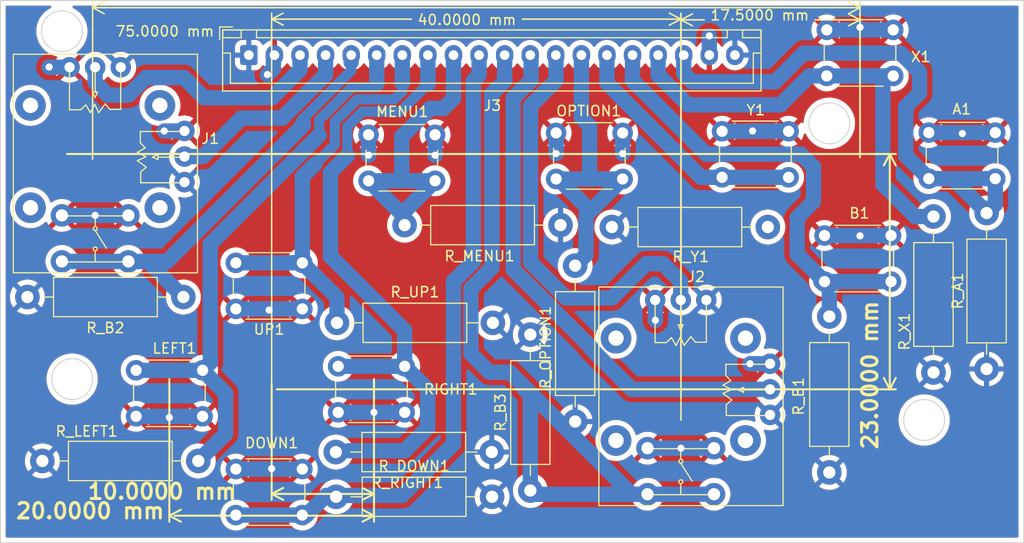
<source format=kicad_pcb>
(kicad_pcb (version 20211014) (generator pcbnew)
  (layers (0 "F.Cu" signal) (31 "B.Cu" signal) (34 "B.Paste" user) (35 "F.Paste" user) (36 "B.SilkS" user "B.Silkscreen") (37 "F.SilkS" user "F.Silkscreen") (38 "B.Mask" user) (39 "F.Mask" user) (44 "Edge.Cuts" user))
  (net 0 "")
  (net 1 "5V")
  (net 2 "A")
  (net 3 "B")
  (net 4 "GND")
  (net 5 "LEFT")
  (net 6 "DOWN")
  (net 7 "MENU")
  (net 8 "OPTION")
  (net 9 "X")
  (net 10 "Y")
  (net 11 "UP")
  (net 12 "RIGHT")
  (net 13 "JOY_A_X")
  (net 14 "JOY_A_Y")
  (net 15 "JOY_A_A")
  (net 16 "JOY_B_X")
  (net 17 "JOY_B_Y")
  (net 18 "JOY_B_A")
  (footprint "Button_Switch_THT:SW_PUSH_6mm_H9.5mm" (layer "F.Cu") (at 185.76 98.014164 180)
    (fp_text reference "B1" (at 3.09 6.68) (layer "F.SilkS"))
    (fp_text value "SW_Push")
    (pad "1" thru_hole circle (at 6.5 0 270) (size 2 2) (drill 1.1) (layers *.Cu *.Mask) (net 3 "B"))
    (pad "1" thru_hole circle (at 0 0 270) (size 2 2) (drill 1.1) (layers *.Cu *.Mask) (net 3 "B"))
    (pad "2" thru_hole circle (at 0 4.5 270) (size 2 2) (drill 1.1) (layers *.Cu *.Mask) (net 1 "5V"))
    (pad "2" thru_hole circle (at 6.5 4.5 270) (size 2 2) (drill 1.1) (layers *.Cu *.Mask) (net 1 "5V"))
  )
  (footprint "Resistor_THT:R_Axial_DIN0411_L9.9mm_D3.6mm_P15.24mm_Horizontal" (layer "F.Cu") (at 131.5 114.674164)
    (fp_text reference "R_RIGHT1" (at 7 3) (layer "F.SilkS"))
    (fp_text value "100k")
    (pad "1" thru_hole circle (at 0 0) (size 2.4 2.4) (drill 1.2) (layers *.Cu *.Mask) (net 12 "RIGHT"))
    (pad "2" thru_hole oval (at 15.24 0) (size 2.4 2.4) (drill 1.2) (layers *.Cu *.Mask) (net 4 "GND"))
  )
  (footprint "Button_Switch_THT:SW_PUSH_6mm_H9.5mm" (layer "F.Cu") (at 175.75 87.824164 180)
    (fp_text reference "Y1" (at 3.21 6.57) (layer "F.SilkS"))
    (fp_text value "SW_Push")
    (pad "1" thru_hole circle (at 0 0 270) (size 2 2) (drill 1.1) (layers *.Cu *.Mask) (net 10 "Y"))
    (pad "1" thru_hole circle (at 6.5 0 270) (size 2 2) (drill 1.1) (layers *.Cu *.Mask) (net 10 "Y"))
    (pad "2" thru_hole circle (at 0 4.5 270) (size 2 2) (drill 1.1) (layers *.Cu *.Mask) (net 1 "5V"))
    (pad "2" thru_hole circle (at 6.5 4.5 270) (size 2 2) (drill 1.1) (layers *.Cu *.Mask) (net 1 "5V"))
  )
  (footprint "Resistor_THT:R_Axial_DIN0411_L9.9mm_D3.6mm_P15.24mm_Horizontal" (layer "F.Cu") (at 146.85 102.044164 180)
    (fp_text reference "R_UP1" (at 7.62 3) (layer "F.SilkS"))
    (fp_text value "100k")
    (pad "1" thru_hole circle (at 0 0 180) (size 2.4 2.4) (drill 1.2) (layers *.Cu *.Mask) (net 4 "GND"))
    (pad "2" thru_hole oval (at 15.24 0 180) (size 2.4 2.4) (drill 1.2) (layers *.Cu *.Mask) (net 11 "UP"))
  )
  (footprint "Resistor_THT:R_Axial_DIN0411_L9.9mm_D3.6mm_P15.24mm_Horizontal" (layer "F.Cu") (at 138.22 92.494164)
    (fp_text reference "R_MENU1" (at 7.33 3.03) (layer "F.SilkS"))
    (fp_text value "100k")
    (pad "1" thru_hole circle (at 0 0) (size 2.4 2.4) (drill 1.2) (layers *.Cu *.Mask) (net 7 "MENU"))
    (pad "2" thru_hole oval (at 15.24 0) (size 2.4 2.4) (drill 1.2) (layers *.Cu *.Mask) (net 4 "GND"))
  )
  (footprint "Resistor_THT:R_Axial_DIN0411_L9.9mm_D3.6mm_P15.24mm_Horizontal" (layer "F.Cu") (at 195.1 91.314164 -90)
    (fp_text reference "R_A1" (at 7.62 2.82 90) (layer "F.SilkS"))
    (fp_text value "100k")
    (pad "1" thru_hole circle (at 0 0 270) (size 2.4 2.4) (drill 1.2) (layers *.Cu *.Mask) (net 2 "A"))
    (pad "2" thru_hole oval (at 15.24 0 270) (size 2.4 2.4) (drill 1.2) (layers *.Cu *.Mask) (net 4 "GND"))
  )
  (footprint "Button_Switch_THT:SW_PUSH_6mm_H9.5mm" (layer "F.Cu") (at 189.45 83.454164)
    (fp_text reference "A1" (at 3.22 -2.29) (layer "F.SilkS"))
    (fp_text value "SW_Push")
    (pad "1" thru_hole circle (at 0 0 90) (size 2 2) (drill 1.1) (layers *.Cu *.Mask) (net 1 "5V"))
    (pad "1" thru_hole circle (at 6.5 0 90) (size 2 2) (drill 1.1) (layers *.Cu *.Mask) (net 1 "5V"))
    (pad "2" thru_hole circle (at 6.5 4.5 90) (size 2 2) (drill 1.1) (layers *.Cu *.Mask) (net 2 "A"))
    (pad "2" thru_hole circle (at 0 4.5 90) (size 2 2) (drill 1.1) (layers *.Cu *.Mask) (net 2 "A"))
  )
  (footprint "Button_Switch_THT:SW_PUSH_6mm_H9.5mm" (layer "F.Cu") (at 128.23 120.834164 180)
    (fp_text reference "DOWN1" (at 3 7.04) (layer "F.SilkS"))
    (fp_text value "SW_Push")
    (pad "1" thru_hole circle (at 0 0 270) (size 2 2) (drill 1.1) (layers *.Cu *.Mask) (net 6 "DOWN"))
    (pad "1" thru_hole circle (at 6.5 0 270) (size 2 2) (drill 1.1) (layers *.Cu *.Mask) (net 6 "DOWN"))
    (pad "2" thru_hole circle (at 0 4.5 270) (size 2 2) (drill 1.1) (layers *.Cu *.Mask) (net 1 "5V"))
    (pad "2" thru_hole circle (at 6.5 4.5 270) (size 2 2) (drill 1.1) (layers *.Cu *.Mask) (net 1 "5V"))
  )
  (footprint "Connector_JST:JST_XH_B20B-XH-A_1x20_P2.50mm_Vertical" (layer "F.Cu") (at 123 75.879164)
    (fp_text reference "J3" (at 23.8 4.94) (layer "F.SilkS"))
    (fp_text value "Conn_01x20")
    (pad "1" thru_hole roundrect (at 0 0) (size 1.7 1.95) (drill 0.95) (layers *.Cu *.Mask) (roundrect_rratio 0.147059) (net 4 "GND"))
    (pad "2" thru_hole oval (at 2.5 0) (size 1.7 1.95) (drill 0.95) (layers *.Cu *.Mask) (net 1 "5V"))
    (pad "3" thru_hole oval (at 5 0) (size 1.7 1.95) (drill 0.95) (layers *.Cu *.Mask) (net 13 "JOY_A_X"))
    (pad "4" thru_hole oval (at 7.5 0) (size 1.7 1.95) (drill 0.95) (layers *.Cu *.Mask) (net 14 "JOY_A_Y"))
    (pad "5" thru_hole oval (at 10 0) (size 1.7 1.95) (drill 0.95) (layers *.Cu *.Mask) (net 15 "JOY_A_A"))
    (pad "6" thru_hole oval (at 12.5 0) (size 1.7 1.95) (drill 0.95) (layers *.Cu *.Mask) (net 5 "LEFT"))
    (pad "7" thru_hole oval (at 15 0) (size 1.7 1.95) (drill 0.95) (layers *.Cu *.Mask) (net 11 "UP"))
    (pad "8" thru_hole oval (at 17.5 0) (size 1.7 1.95) (drill 0.95) (layers *.Cu *.Mask) (net 12 "RIGHT"))
    (pad "9" thru_hole oval (at 20 0) (size 1.7 1.95) (drill 0.95) (layers *.Cu *.Mask) (net 7 "MENU"))
    (pad "10" thru_hole oval (at 22.5 0) (size 1.7 1.95) (drill 0.95) (layers *.Cu *.Mask) (net 6 "DOWN"))
    (pad "11" thru_hole oval (at 25 0) (size 1.7 1.95) (drill 0.95) (layers *.Cu *.Mask) (net 18 "JOY_B_A"))
    (pad "12" thru_hole oval (at 27.5 0) (size 1.7 1.95) (drill 0.95) (layers *.Cu *.Mask) (net 17 "JOY_B_Y"))
    (pad "13" thru_hole oval (at 30 0) (size 1.7 1.95) (drill 0.95) (layers *.Cu *.Mask) (net 16 "JOY_B_X"))
    (pad "14" thru_hole oval (at 32.5 0) (size 1.7 1.95) (drill 0.95) (layers *.Cu *.Mask) (net 8 "OPTION"))
    (pad "15" thru_hole oval (at 35 0) (size 1.7 1.95) (drill 0.95) (layers *.Cu *.Mask) (net 10 "Y"))
    (pad "16" thru_hole oval (at 37.5 0) (size 1.7 1.95) (drill 0.95) (layers *.Cu *.Mask) (net 3 "B"))
    (pad "17" thru_hole oval (at 40 0) (size 1.7 1.95) (drill 0.95) (layers *.Cu *.Mask) (net 9 "X"))
    (pad "18" thru_hole oval (at 42.5 0) (size 1.7 1.95) (drill 0.95) (layers *.Cu *.Mask) (net 2 "A"))
    (pad "19" thru_hole oval (at 45 0) (size 1.7 1.95) (drill 0.95) (layers *.Cu *.Mask) (net 1 "5V"))
    (pad "20" thru_hole oval (at 47.5 0) (size 1.7 1.95) (drill 0.95) (layers *.Cu *.Mask) (net 4 "GND"))
  )
  (footprint "Resistor_THT:R_Axial_DIN0411_L9.9mm_D3.6mm_P15.24mm_Horizontal" (layer "F.Cu") (at 150.51 103.194164 -90)
    (fp_text reference "R_B3" (at 7.61 2.92 90) (layer "F.SilkS"))
    (fp_text value "100k")
    (pad "1" thru_hole circle (at 0 0 270) (size 2.4 2.4) (drill 1.2) (layers *.Cu *.Mask) (net 4 "GND"))
    (pad "2" thru_hole oval (at 15.24 0 270) (size 2.4 2.4) (drill 1.2) (layers *.Cu *.Mask) (net 18 "JOY_B_A"))
  )
  (footprint "Resistor_THT:R_Axial_DIN0411_L9.9mm_D3.6mm_P15.24mm_Horizontal" (layer "F.Cu") (at 154.89 96.454164 -90)
    (fp_text reference "R_OPTION1" (at 7.99 2.89 90) (layer "F.SilkS"))
    (fp_text value "100k")
    (pad "1" thru_hole circle (at 0 0 270) (size 2.4 2.4) (drill 1.2) (layers *.Cu *.Mask) (net 8 "OPTION"))
    (pad "2" thru_hole oval (at 15.24 0 270) (size 2.4 2.4) (drill 1.2) (layers *.Cu *.Mask) (net 4 "GND"))
  )
  (footprint "Resistor_THT:R_Axial_DIN0411_L9.9mm_D3.6mm_P15.24mm_Horizontal" (layer "F.Cu") (at 189.91 106.894164 90)
    (fp_text reference "R_X1" (at 3.99 -2.83 90) (layer "F.SilkS"))
    (fp_text value "100k")
    (pad "1" thru_hole circle (at 0 0 90) (size 2.4 2.4) (drill 1.2) (layers *.Cu *.Mask) (net 4 "GND"))
    (pad "2" thru_hole oval (at 15.24 0 90) (size 2.4 2.4) (drill 1.2) (layers *.Cu *.Mask) (net 9 "X"))
  )
  (footprint "Button_Switch_THT:SW_PUSH_6mm_H9.5mm" (layer "F.Cu") (at 111.98 106.684164)
    (fp_text reference "LEFT1" (at 3.75 -2.14) (layer "F.SilkS"))
    (fp_text value "SW_Push")
    (pad "1" thru_hole circle (at 6.5 0 90) (size 2 2) (drill 1.1) (layers *.Cu *.Mask) (net 5 "LEFT"))
    (pad "1" thru_hole circle (at 0 0 90) (size 2 2) (drill 1.1) (layers *.Cu *.Mask) (net 5 "LEFT"))
    (pad "2" thru_hole circle (at 6.5 4.5 90) (size 2 2) (drill 1.1) (layers *.Cu *.Mask) (net 1 "5V"))
    (pad "2" thru_hole circle (at 0 4.5 90) (size 2 2) (drill 1.1) (layers *.Cu *.Mask) (net 1 "5V"))
  )
  (footprint "Button_Switch_THT:SW_PUSH_6mm_H9.5mm" (layer "F.Cu") (at 134.7 83.664164)
    (fp_text reference "MENU1" (at 3.3 -2.25) (layer "F.SilkS"))
    (fp_text value "SW_Push")
    (pad "1" thru_hole circle (at 0 0 90) (size 2 2) (drill 1.1) (layers *.Cu *.Mask) (net 1 "5V"))
    (pad "1" thru_hole circle (at 6.5 0 90) (size 2 2) (drill 1.1) (layers *.Cu *.Mask) (net 1 "5V"))
    (pad "2" thru_hole circle (at 0 4.5 90) (size 2 2) (drill 1.1) (layers *.Cu *.Mask) (net 7 "MENU"))
    (pad "2" thru_hole circle (at 6.5 4.5 90) (size 2 2) (drill 1.1) (layers *.Cu *.Mask) (net 7 "MENU"))
  )
  (footprint "Resistor_THT:R_Axial_DIN0411_L9.9mm_D3.6mm_P15.24mm_Horizontal" (layer "F.Cu") (at 146.77 119.044164 180)
    (fp_text reference "R_DOWN1" (at 7.62 3) (layer "F.SilkS"))
    (fp_text value "100k")
    (pad "1" thru_hole circle (at 0 0 180) (size 2.4 2.4) (drill 1.2) (layers *.Cu *.Mask) (net 4 "GND"))
    (pad "2" thru_hole oval (at 15.24 0 180) (size 2.4 2.4) (drill 1.2) (layers *.Cu *.Mask) (net 6 "DOWN"))
  )
  (footprint "Button_Switch_THT:SW_PUSH_6mm_H9.5mm" (layer "F.Cu") (at 138.23 110.794164 180)
    (fp_text reference "RIGHT1" (at -4.5 2.25) (layer "F.SilkS"))
    (fp_text value "SW_Push")
    (pad "1" thru_hole circle (at 6.5 0 270) (size 2 2) (drill 1.1) (layers *.Cu *.Mask) (net 1 "5V"))
    (pad "1" thru_hole circle (at 0 0 270) (size 2 2) (drill 1.1) (layers *.Cu *.Mask) (net 1 "5V"))
    (pad "2" thru_hole circle (at 6.5 4.5 270) (size 2 2) (drill 1.1) (layers *.Cu *.Mask) (net 12 "RIGHT"))
    (pad "2" thru_hole circle (at 0 4.5 270) (size 2 2) (drill 1.1) (layers *.Cu *.Mask) (net 12 "RIGHT"))
  )
  (footprint "LibPerso:Joystick_THB001P" (layer "F.Cu") (at 165.21 108.544164)
    (fp_text reference "J2" (at 1.5 -11 unlocked) (layer "F.SilkS"))
    (fp_text value "THB001P")
    (pad "" thru_hole circle (at 6.325 -5 270) (size 3 3) (drill 1.5) (layers *.Cu *.Mask))
    (pad "" thru_hole circle (at -6.325 5 270) (size 3 3) (drill 1.5) (layers *.Cu *.Mask))
    (pad "" thru_hole circle (at -6.325 -5 270) (size 3 3) (drill 1.5) (layers *.Cu *.Mask))
    (pad "" thru_hole circle (at 6.325 5 270) (size 3 3) (drill 1.5) (layers *.Cu *.Mask))
    (pad "1" thru_hole circle (at 2.5 -8.73) (size 2 2) (drill 1) (layers *.Cu *.Mask) (net 4 "GND"))
    (pad "1'" thru_hole circle (at 8.73 2.5 270) (size 2 2) (drill 1) (layers *.Cu *.Mask) (net 4 "GND"))
    (pad "2" thru_hole circle (at 0 -8.73) (size 2 2) (drill 1) (layers *.Cu *.Mask) (net 16 "JOY_B_X"))
    (pad "2'" thru_hole circle (at 8.73 0 270) (size 2 2) (drill 1) (layers *.Cu *.Mask) (net 17 "JOY_B_Y"))
    (pad "3" thru_hole circle (at -2.5 -8.73) (size 2 2) (drill 1) (layers *.Cu *.Mask) (net 1 "5V"))
    (pad "3'" thru_hole circle (at 8.73 -2.5 270) (size 2 2) (drill 1) (layers *.Cu *.Mask) (net 1 "5V"))
    (pad "a" thru_hole circle (at -3.25 5.75) (size 2.2 2.2) (drill 1.2) (layers *.Cu *.Mask) (net 1 "5V"))
    (pad "b" thru_hole circle (at 3.25 5.75) (size 2.2 2.2) (drill 1.2) (layers *.Cu *.Mask) (net 1 "5V"))
    (pad "c" thru_hole circle (at -3.25 10.25) (size 2.2 2.2) (drill 1.2) (layers *.Cu *.Mask) (net 18 "JOY_B_A"))
    (pad "d" thru_hole circle (at 3.25 10.25) (size 2.2 2.2) (drill 1.2) (layers *.Cu *.Mask) (net 18 "JOY_B_A"))
  )
  (footprint "Resistor_THT:R_Axial_DIN0411_L9.9mm_D3.6mm_P15.24mm_Horizontal" (layer "F.Cu") (at 102.82 115.544164)
    (fp_text reference "R_LEFT1" (at 4.33 -2.89) (layer "F.SilkS"))
    (fp_text value "100k")
    (pad "1" thru_hole circle (at 0 0) (size 2.4 2.4) (drill 1.2) (layers *.Cu *.Mask) (net 4 "GND"))
    (pad "2" thru_hole oval (at 15.24 0) (size 2.4 2.4) (drill 1.2) (layers *.Cu *.Mask) (net 5 "LEFT"))
  )
  (footprint "Button_Switch_THT:SW_PUSH_6mm_H9.5mm" (layer "F.Cu") (at 153.03 83.484164)
    (fp_text reference "OPTION1" (at 3.19 -2.14) (layer "F.SilkS"))
    (fp_text value "SW_Push")
    (pad "1" thru_hole circle (at 6.5 0 90) (size 2 2) (drill 1.1) (layers *.Cu *.Mask) (net 1 "5V"))
    (pad "1" thru_hole circle (at 0 0 90) (size 2 2) (drill 1.1) (layers *.Cu *.Mask) (net 1 "5V"))
    (pad "2" thru_hole circle (at 0 4.5 90) (size 2 2) (drill 1.1) (layers *.Cu *.Mask) (net 8 "OPTION"))
    (pad "2" thru_hole circle (at 6.5 4.5 90) (size 2 2) (drill 1.1) (layers *.Cu *.Mask) (net 8 "OPTION"))
  )
  (footprint "Button_Switch_THT:SW_PUSH_6mm_H9.5mm" (layer "F.Cu") (at 128.23 100.684164 180)
    (fp_text reference "UP1" (at 3.25 -2) (layer "F.SilkS"))
    (fp_text value "SW_Push")
    (pad "1" thru_hole circle (at 6.5 0 270) (size 2 2) (drill 1.1) (layers *.Cu *.Mask) (net 1 "5V"))
    (pad "1" thru_hole circle (at 0 0 270) (size 2 2) (drill 1.1) (layers *.Cu *.Mask) (net 1 "5V"))
    (pad "2" thru_hole circle (at 6.5 4.5 270) (size 2 2) (drill 1.1) (layers *.Cu *.Mask) (net 11 "UP"))
    (pad "2" thru_hole circle (at 0 4.5 270) (size 2 2) (drill 1.1) (layers *.Cu *.Mask) (net 11 "UP"))
  )
  (footprint "Button_Switch_THT:SW_PUSH_6mm_H9.5mm" (layer "F.Cu") (at 179.48 73.414164)
    (fp_text reference "X1" (at 9.18 2.64) (layer "F.SilkS"))
    (fp_text value "SW_Push")
    (pad "1" thru_hole circle (at 0 0 90) (size 2 2) (drill 1.1) (layers *.Cu *.Mask) (net 1 "5V"))
    (pad "1" thru_hole circle (at 6.5 0 90) (size 2 2) (drill 1.1) (layers *.Cu *.Mask) (net 1 "5V"))
    (pad "2" thru_hole circle (at 0 4.5 90) (size 2 2) (drill 1.1) (layers *.Cu *.Mask) (net 9 "X"))
    (pad "2" thru_hole circle (at 6.5 4.5 90) (size 2 2) (drill 1.1) (layers *.Cu *.Mask) (net 9 "X"))
  )
  (footprint "Resistor_THT:R_Axial_DIN0411_L9.9mm_D3.6mm_P15.24mm_Horizontal" (layer "F.Cu") (at 179.73 116.664164 90)
    (fp_text reference "R_B1" (at 7.43 -3.01 90) (layer "F.SilkS"))
    (fp_text value "100k")
    (pad "1" thru_hole circle (at 0 0 90) (size 2.4 2.4) (drill 1.2) (layers *.Cu *.Mask) (net 4 "GND"))
    (pad "2" thru_hole oval (at 15.24 0 90) (size 2.4 2.4) (drill 1.2) (layers *.Cu *.Mask) (net 3 "B"))
  )
  (footprint "LibPerso:Joystick_THB001P" (layer "F.Cu") (at 107.98 85.794164)
    (fp_text reference "J1" (at 11.25 -1.75 unlocked) (layer "F.SilkS"))
    (fp_text value "THB001P")
    (pad "" thru_hole circle (at -6.325 -5 270) (size 3 3) (drill 1.5) (layers *.Cu *.Mask))
    (pad "" thru_hole circle (at 6.325 -5 270) (size 3 3) (drill 1.5) (layers *.Cu *.Mask))
    (pad "" thru_hole circle (at -6.325 5 270) (size 3 3) (drill 1.5) (layers *.Cu *.Mask))
    (pad "" thru_hole circle (at 6.325 5 270) (size 3 3) (drill 1.5) (layers *.Cu *.Mask))
    (pad "1" thru_hole circle (at 2.5 -8.73) (size 2 2) (drill 1) (layers *.Cu *.Mask) (net 4 "GND"))
    (pad "1'" thru_hole circle (at 8.73 2.5 270) (size 2 2) (drill 1) (layers *.Cu *.Mask) (net 4 "GND"))
    (pad "2" thru_hole circle (at 0 -8.73) (size 2 2) (drill 1) (layers *.Cu *.Mask) (net 13 "JOY_A_X"))
    (pad "2'" thru_hole circle (at 8.73 0 270) (size 2 2) (drill 1) (layers *.Cu *.Mask) (net 14 "JOY_A_Y"))
    (pad "3" thru_hole circle (at -2.5 -8.73) (size 2 2) (drill 1) (layers *.Cu *.Mask) (net 1 "5V"))
    (pad "3'" thru_hole circle (at 8.73 -2.5 270) (size 2 2) (drill 1) (layers *.Cu *.Mask) (net 1 "5V"))
    (pad "a" thru_hole circle (at -3.25 5.75) (size 2.2 2.2) (drill 1.2) (layers *.Cu *.Mask) (net 1 "5V"))
    (pad "b" thru_hole circle (at 3.25 5.75) (size 2.2 2.2) (drill 1.2) (layers *.Cu *.Mask) (net 1 "5V"))
    (pad "c" thru_hole circle (at -3.25 10.25) (size 2.2 2.2) (drill 1.2) (layers *.Cu *.Mask) (net 15 "JOY_A_A"))
    (pad "d" thru_hole circle (at 3.25 10.25) (size 2.2 2.2) (drill 1.2) (layers *.Cu *.Mask) (net 15 "JOY_A_A"))
  )
  (footprint "Resistor_THT:R_Axial_DIN0411_L9.9mm_D3.6mm_P15.24mm_Horizontal" (layer "F.Cu") (at 101.36 99.524108)
    (fp_text reference "R_B2" (at 7.62 3.020056) (layer "F.SilkS"))
    (fp_text value "100k")
    (pad "1" thru_hole circle (at 0 0) (size 2.4 2.4) (drill 1.2) (layers *.Cu *.Mask) (net 4 "GND"))
    (pad "2" thru_hole oval (at 15.24 0) (size 2.4 2.4) (drill 1.2) (layers *.Cu *.Mask) (net 15 "JOY_A_A"))
  )
  (footprint "Resistor_THT:R_Axial_DIN0411_L9.9mm_D3.6mm_P15.24mm_Horizontal" (layer "F.Cu") (at 158.48 92.684164)
    (fp_text reference "R_Y1" (at 7.71 2.91) (layer "F.SilkS"))
    (fp_text value "100k")
    (pad "1" thru_hole circle (at 0 0) (size 2.4 2.4) (drill 1.2) (layers *.Cu *.Mask) (net 4 "GND"))
    (pad "2" thru_hole oval (at 15.24 0) (size 2.4 2.4) (drill 1.2) (layers *.Cu *.Mask) (net 10 "Y"))
  )
  (gr_rect (start 98.73 70.544164) (end 198.73 123.544164) (layer "Edge.Cuts") (width 0.1) (fill none))
  (gr_circle (center 105.73 107.544164) (end 107.73 107.544164) (layer "Edge.Cuts") (width 0.1) (fill none))
  (gr_circle (center 179.73 82.544164) (end 181.73 82.544164) (layer "Edge.Cuts") (width 0.1) (fill none))
  (gr_circle (center 104.73 73.544164) (end 106.73 73.544164) (layer "Edge.Cuts") (width 0.1) (fill none))
  (gr_circle (center 189 111.544164) (end 191 111.544164) (layer "Edge.Cuts") (width 0.1) (fill none))
  (dimension (type orthogonal) (layer "F.SilkS") (pts (xy 104.73 85.544164) (xy 125.23 108.544164)) (height 80.91) (orientation 1) (gr_text "23,0000 mm" (at 183.7 107.154164 90) (layer "F.SilkS") (effects (font (size 1.5 1.5) (thickness 0.3)))) (format (units 3) (units_format 1) (precision 4)) (style (thickness 0.2) (arrow_length 1.27) (text_position_mode 2) (extension_height 0.58642) (extension_offset 0.5) keep_text_aligned))
  (dimension (type orthogonal) (layer "F.SilkS") (pts (xy 182.73 86.38672) (xy 107.73 86.544164)) (height -15.142556) (orientation 0) (gr_text "75,0000 mm" (at 114.79 73.554164) (layer "F.SilkS") (effects (font (size 1 1) (thickness 0.15)))) (format (units 3) (units_format 1) (precision 4)) (style (thickness 0.15) (arrow_length 1.27) (text_position_mode 2) (extension_height 0.58642) (extension_offset 0.5) keep_text_aligned))
  (dimension (type orthogonal) (layer "F.SilkS") (pts (xy 165.23 112.044164) (xy 125.23 108.544164)) (height -39.68) (orientation 0) (gr_text "40,0000 mm" (at 144.31 72.434164) (layer "F.SilkS") (effects (font (size 1 1) (thickness 0.15)))) (format (units 3) (units_format 1) (precision 4)) (style (thickness 0.15) (arrow_length 1.27) (text_position_mode 2) (extension_height 0.58642) (extension_offset 0.5) keep_text_aligned))
  (dimension (type orthogonal) (layer "F.SilkS") (pts (xy 182.73 86.38672) (xy 165.23 106.044164)) (height -13.952556) (orientation 0) (gr_text "17,5000 mm" (at 172.93 71.984164) (layer "F.SilkS") (effects (font (size 1 1) (thickness 0.15)))) (format (units 3) (units_format 1) (precision 4)) (style (thickness 0.15) (arrow_length 1.27) (text_position_mode 2) (extension_height 0.58642) (extension_offset 0.5) keep_text_aligned))
  (dimension (type orthogonal) (layer "F.SilkS") (pts (xy 135.23 107.044164) (xy 125.23 107.544164)) (height 11.72) (orientation 0) (gr_text "10,0000 mm" (at 114.52 118.534164) (layer "F.SilkS") (effects (font (size 1.5 1.5) (thickness 0.3)))) (format (units 3) (units_format 1) (precision 4)) (style (thickness 0.2) (arrow_length 1.27) (text_position_mode 2) (extension_height 0.58642) (extension_offset 0.5) keep_text_aligned))
  (dimension (type orthogonal) (layer "F.SilkS") (pts (xy 135.23 107.234164) (xy 115.23 107.044164)) (height 13.66) (orientation 0) (gr_text "20,0000 mm" (at 107.49 120.434164) (layer "F.SilkS") (effects (font (size 1.5 1.5) (thickness 0.3)))) (format (units 3) (units_format 1) (precision 4)) (style (thickness 0.2) (arrow_length 1.27) (text_position_mode 2) (extension_height 0.58642) (extension_offset 0.5) keep_text_aligned))
  (segment (start 168.66 79.014276) (end 168.684888 79.039164) (width 0.25) (layer "F.Cu") (net 1))
  (via (at 171.98 106.044164) (size 1.3) (drill 0.7) (layers "F.Cu" "B.Cu") (net 1))
  (via (at 159.53 85.504164) (size 1.3) (drill 0.7) (layers "F.Cu" "B.Cu") (net 1))
  (via (at 134.7 85.664164) (size 1.3) (drill 0.7) (layers "F.Cu" "B.Cu") (net 1))
  (via (at 124.81 77.784164) (size 1.3) (drill 0.7) (layers "F.Cu" "B.Cu") (net 1))
  (via (at 103.48 77.044164) (size 1.3) (drill 0.7) (layers "F.Cu" "B.Cu") (net 1))
  (via (at 182.73 73.164164) (size 1.3) (drill 0.7) (layers "F.Cu" "B.Cu") (net 1))
  (via (at 168 74) (size 1.3) (drill 0.7) (layers "F.Cu" "B.Cu") (net 1))
  (via (at 124.98 100.794164) (size 1.3) (drill 0.7) (layers "F.Cu" "B.Cu") (net 1))
  (via (at 107.98 91.544164) (size 1.3) (drill 0.7) (layers "F.Cu" "B.Cu") (net 1))
  (via (at 172.23 83.294164) (size 1.3) (drill 0.7) (layers "F.Cu" "B.Cu") (net 1))
  (via (at 182.73 93.544164) (size 1.3) (drill 0.7) (layers "F.Cu" "B.Cu") (net 1))
  (via (at 153.03 85.504164) (size 1.3) (drill 0.7) (layers "F.Cu" "B.Cu") (net 1))
  (via (at 192.73 83.544164) (size 1.3) (drill 0.7) (layers "F.Cu" "B.Cu") (net 1))
  (via (at 165.23 114.294164) (size 1.3) (drill 0.7) (layers "F.Cu" "B.Cu") (net 1))
  (via (at 114.73 83.294164) (size 1.3) (drill 0.7) (layers "F.Cu" "B.Cu") (net 1))
  (via (at 115.23 111.294164) (size 1.3) (drill 0.7) (layers "F.Cu" "B.Cu") (net 1))
  (via (at 125.23 116.294164) (size 1.3) (drill 0.7) (layers "F.Cu" "B.Cu") (net 1))
  (via (at 135.23 110.794164) (size 1.3) (drill 0.7) (layers "F.Cu" "B.Cu") (net 1))
  (via (at 162.73 101.794164) (size 1.3) (drill 0.7) (layers "F.Cu" "B.Cu") (net 1))
  (via (at 141.2 85.664164) (size 1.3) (drill 0.7) (layers "F.Cu" "B.Cu") (net 1))
  (segment (start 124.81 77.784164) (end 125.4 77.194164) (width 1.5) (layer "B.Cu") (net 1))
  (segment (start 162.73 99.834164) (end 162.71 99.814164) (width 1.5) (layer "B.Cu") (net 1))
  (segment (start 161.96 114.294164) (end 168.46 114.294164) (width 1.5) (layer "B.Cu") (net 1))
  (segment (start 172.23 83.294164) (end 175.72 83.294164) (width 1.5) (layer "B.Cu") (net 1))
  (segment (start 159.53 83.484164) (end 159.53 85.504164) (width 1.5) (layer "B.Cu") (net 1))
  (segment (start 175.72 83.294164) (end 175.75 83.324164) (width 1.5) (layer "B.Cu") (net 1))
  (segment (start 103.5 77.064164) (end 103.48 77.044164) (width 1.5) (layer "B.Cu") (net 1))
  (segment (start 141.2 83.664164) (end 141.2 85.664164) (width 1.5) (layer "B.Cu") (net 1))
  (segment (start 111.23 91.544164) (end 104.73 91.544164) (width 1.5) (layer "B.Cu") (net 1))
  (segment (start 153.03 83.484164) (end 153.03 85.504164) (width 1.5) (layer "B.Cu") (net 1))
  (segment (start 171.98 106.044164) (end 173.94 106.044164) (width 1.5) (layer "B.Cu") (net 1))
  (segment (start 125.4 75.979164) (end 125.5 75.879164) (width 1.5) (layer "B.Cu") (net 1))
  (segment (start 138.23 110.794164) (end 131.73 110.794164) (width 1.5) (layer "B.Cu") (net 1))
  (segment (start 128.23 100.684164) (end 121.73 100.684164) (width 1.5) (layer "B.Cu") (net 1))
  (segment (start 175.75 83.324164) (end 169.25 83.324164) (width 1.5) (layer "B.Cu") (net 1))
  (segment (start 179.26 93.514164) (end 185.76 93.514164) (width 1.5) (layer "B.Cu") (net 1))
  (segment (start 105.48 77.064164) (end 103.5 77.064164) (width 1.5) (layer "B.Cu") (net 1))
  (segment (start 189.45 83.454164) (end 195.95 83.454164) (width 1.5) (layer "B.Cu") (net 1))
  (segment (start 134.7 83.664164) (end 134.7 85.664164) (width 1.5) (layer "B.Cu") (net 1))
  (segment (start 128.23 116.334164) (end 121.73 116.334164) (width 1.5) (layer "B.Cu") (net 1))
  (segment (start 162.73 101.794164) (end 162.73 99.834164) (width 1.5) (layer "B.Cu") (net 1))
  (segment (start 116.71 83.294164) (end 114.73 83.294164) (width 1.5) (layer "B.Cu") (net 1))
  (segment (start 118.48 111.184164) (end 111.98 111.184164) (width 1.5) (layer "B.Cu") (net 1))
  (segment (start 125.4 77.194164) (end 125.4 75.979164) (width 1.5) (layer "B.Cu") (net 1))
  (segment (start 168 75.879164) (end 168 74) (width 1.5) (layer "B.Cu") (net 1))
  (segment (start 185.98 73.414164) (end 179.48 73.414164) (width 1.5) (layer "B.Cu") (net 1))
  (segment (start 174.43 78.484164) (end 166.31 78.484164) (width 1.5) (layer "B.Cu") (net 2))
  (segment (start 189.45 87.954164) (end 187.2 85.704164) (width 1.5) (layer "B.Cu") (net 2))
  (segment (start 166.31 78.484164) (end 165.5 77.674164) (width 1.5) (layer "B.Cu") (net 2))
  (segment (start 195.1 91.254164) (end 191.8 87.954164) (width 1.5) (layer "B.Cu") (net 2))
  (segment (start 187.2 85.704164) (end 187.2 80.934164) (width 1.5) (layer "B.Cu") (net 2))
  (segment (start 195.95 90.464164) (end 195.1 91.314164) (width 1.5) (layer "B.Cu") (net 2))
  (segment (start 186.7 75.684164) (end 177.23 75.684164) (width 1.5) (layer "B.Cu") (net 2))
  (segment (start 191.8 87.954164) (end 189.45 87.954164) (width 1.5) (layer "B.Cu") (net 2))
  (segment (start 165.5 77.674164) (end 165.5 75.879164) (width 1.5) (layer "B.Cu") (net 2))
  (segment (start 188.54 79.594164) (end 188.54 77.524164) (width 1.5) (layer "B.Cu") (net 2))
  (segment (start 188.54 77.524164) (end 186.7 75.684164) (width 1.5) (layer "B.Cu") (net 2))
  (segment (start 195.1 91.314164) (end 195.1 91.254164) (width 1.5) (layer "B.Cu") (net 2))
  (segment (start 187.2 80.934164) (end 188.54 79.594164) (width 1.5) (layer "B.Cu") (net 2))
  (segment (start 177.23 75.684164) (end 174.43 78.484164) (width 1.5) (layer "B.Cu") (net 2))
  (segment (start 195.95 87.954164) (end 195.95 90.464164) (width 1.5) (layer "B.Cu") (net 2))
  (segment (start 195.95 87.954164) (end 189.45 87.954164) (width 1.5) (layer "B.Cu") (net 2))
  (segment (start 179.73 98.484164) (end 179.26 98.014164) (width 1.5) (layer "B.Cu") (net 3))
  (segment (start 179.26 98.014164) (end 178.89 98.014164) (width 1.5) (layer "B.Cu") (net 3))
  (segment (start 167.7 85.564164) (end 160.5 78.364164) (width 1.5) (layer "B.Cu") (net 3))
  (segment (start 176.59 91.784164) (end 178.18 90.194164) (width 1.5) (layer "B.Cu") (net 3))
  (segment (start 160.5 78.364164) (end 160.5 75.879164) (width 1.5) (layer "B.Cu") (net 3))
  (segment (start 178.18 86.794164) (end 176.95 85.564164) (width 1.5) (layer "B.Cu") (net 3))
  (segment (start 179.26 98.014164) (end 185.76 98.014164) (width 1.5) (layer "B.Cu") (net 3))
  (segment (start 176.59 95.344164) (end 176.59 91.784164) (width 1.5) (layer "B.Cu") (net 3))
  (segment (start 179.73 101.424164) (end 179.73 98.484164) (width 1.5) (layer "B.Cu") (net 3))
  (segment (start 178.18 90.194164) (end 178.18 86.794164) (width 1.5) (layer "B.Cu") (net 3))
  (segment (start 179.26 98.014164) (end 176.59 95.344164) (width 1.5) (layer "B.Cu") (net 3))
  (segment (start 176.95 85.564164) (end 167.7 85.564164) (width 1.5) (layer "B.Cu") (net 3))
  (segment (start 135.5 78.684164) (end 135.5 75.879164) (width 1.5) (layer "B.Cu") (net 5))
  (segment (start 129.87 83.704164) (end 119.23 94.344164) (width 1.5) (layer "B.Cu") (net 5))
  (segment (start 133.075888 79.014164) (end 135.17 79.014164) (width 1) (layer "B.Cu") (net 5))
  (segment (start 119.23 105.934164) (end 118.48 106.684164) (width 1.5) (layer "B.Cu") (net 5))
  (segment (start 135.17 79.014164) (end 135.46 78.724164) (width 1) (layer "B.Cu") (net 5))
  (segment (start 120.73 112.874164) (end 120.73 108.934164) (width 1.5) (layer "B.Cu") (net 5))
  (segment (start 118.48 106.684164) (end 111.98 106.684164) (width 1.5) (layer "B.Cu") (net 5))
  (segment (start 119.23 94.344164) (end 119.23 105.934164) (width 1.5) (layer "B.Cu") (net 5))
  (segment (start 129.87 83.704164) (end 129.87 82.220052) (width 1) (layer "B.Cu") (net 5))
  (segment (start 120.73 108.934164) (end 118.48 106.684164) (width 1.5) (layer "B.Cu") (net 5))
  (segment (start 135.46 78.724164) (end 135.5 78.684164) (width 1.5) (layer "B.Cu") (net 5))
  (segment (start 118.06 115.544164) (end 120.73 112.874164) (width 1.5) (layer "B.Cu") (net 5))
  (segment (start 129.87 82.220052) (end 133.075888 79.014164) (width 1) (layer "B.Cu") (net 5))
  (segment (start 145.5 77.824164) (end 145.5 75.879164) (width 1.5) (layer "B.Cu") (net 6))
  (segment (start 121.73 120.834164) (end 128.23 120.834164) (width 1.5) (layer "B.Cu") (net 6))
  (segment (start 144.94 78.384164) (end 145.5 77.824164) (width 1.5) (layer "B.Cu") (net 6))
  (segment (start 128.64 120.834164) (end 130.56 118.914164) (width 1.5) (layer "B.Cu") (net 6))
  (segment (start 143 113.894164) (end 143 98) (width 1.5) (layer "B.Cu") (net 6))
  (segment (start 144.94 96.06) (end 144.94 78.384164) (width 1.5) (layer "B.Cu") (net 6))
  (segment (start 128.23 120.834164) (end 128.64 120.834164) (width 1.5) (layer "B.Cu") (net 6))
  (segment (start 137.98 118.914164) (end 143 113.894164) (width 1.5) (layer "B.Cu") (net 6))
  (segment (start 130.56 118.914164) (end 137.98 118.914164) (width 1.5) (layer "B.Cu") (net 6))
  (segment (start 143 98) (end 144.94 96.06) (width 1.5) (layer "B.Cu") (net 6))
  (segment (start 137.95 91.414164) (end 141.2 88.164164) (width 1.5) (layer "B.Cu") (net 7))
  (segment (start 137.95 83.854164) (end 140.72 81.084164) (width 1.5) (layer "B.Cu") (net 7))
  (segment (start 137.95 88.164164) (end 141.2 88.164164) (width 1.5) (layer "B.Cu") (net 7))
  (segment (start 142.03 81.084164) (end 143 80.114164) (width 1.5) (layer "B.Cu") (net 7))
  (segment (start 138.22 91.684164) (end 134.7 88.164164) (width 1.5) (layer "B.Cu") (net 7))
  (segment (start 137.95 88.164164) (end 137.95 83.854164) (width 1.5) (layer "B.Cu") (net 7))
  (segment (start 143 80.114164) (end 143 75.879164) (width 1.5) (layer "B.Cu") (net 7))
  (segment (start 140.72 81.084164) (end 142.03 81.084164) (width 1.5) (layer "B.Cu") (net 7))
  (segment (start 134.7 88.164164) (end 137.95 88.164164) (width 1.5) (layer "B.Cu") (net 7))
  (segment (start 138.22 92.494164) (end 138.22 91.684164) (width 1.5) (layer "B.Cu") (net 7))
  (segment (start 155.49 81.984164) (end 155.5 81.974164) (width 1.5) (layer "B.Cu") (net 8))
  (segment (start 155.95 95.394164) (end 154.932082 96.412082) (width 1.5) (layer "B.Cu") (net 8))
  (segment (start 159.53 87.984164) (end 156.3 87.984164) (width 1.5) (layer "B.Cu") (net 8))
  (segment (start 155.5 81.974164) (end 155.5 75.879164) (width 1.5) (layer "B.Cu") (net 8))
  (segment (start 156.3 82.794164) (end 155.49 81.984164) (width 1.5) (layer "B.Cu") (net 8))
  (segment (start 155.95 91.564164) (end 155.95 95.394164) (width 1.5) (layer "B.Cu") (net 8))
  (segment (start 153.26 87.984164) (end 156.28 91.004164) (width 1.5) (layer "B.Cu") (net 8))
  (segment (start 159.53 87.984164) (end 155.95 91.564164) (width 1.5) (layer "B.Cu") (net 8))
  (segment (start 156.3 87.984164) (end 153.03 87.984164) (width 1.5) (layer "B.Cu") (net 8))
  (segment (start 156.3 87.984164) (end 156.3 82.794164) (width 1.5) (layer "B.Cu") (net 8))
  (segment (start 179.48 77.914164) (end 177.78 77.914164) (width 1.5) (layer "B.Cu") (net 9))
  (segment (start 185.27 77.914164) (end 185.98 77.914164) (width 1.5) (layer "B.Cu") (net 9))
  (segment (start 188.13 91.654164) (end 184.97 88.494164) (width 1.5) (layer "B.Cu") (net 9))
  (segment (start 177.78 77.914164) (end 174.95 80.744164) (width 1.5) (layer "B.Cu") (net 9))
  (segment (start 189.91 91.654164) (end 188.13 91.654164) (width 1.5) (layer "B.Cu") (net 9))
  (segment (start 184.97 88.494164) (end 184.97 78.214164) (width 1.5) (layer "B.Cu") (net 9))
  (segment (start 174.95 80.744164) (end 165.93 80.744164) (width 1.5) (layer "B.Cu") (net 9))
  (segment (start 163 77.814164) (end 163 75.879164) (width 1.5) (layer "B.Cu") (net 9))
  (segment (start 165.93 80.744164) (end 163 77.814164) (width 1.5) (layer "B.Cu") (net 9))
  (segment (start 184.97 78.214164) (end 185.27 77.914164) (width 1.5) (layer "B.Cu") (net 9))
  (segment (start 179.48 77.914164) (end 185.98 77.914164) (width 1.5) (layer "B.Cu") (net 9))
  (segment (start 175.75 87.824164) (end 169.25 87.824164) (width 1.5) (layer "B.Cu") (net 10))
  (segment (start 158 75.879164) (end 158 78.624164) (width 1.5) (layer "B.Cu") (net 10))
  (segment (start 167.2 87.824164) (end 169.25 87.824164) (width 1.5) (layer "B.Cu") (net 10))
  (segment (start 158 78.624164) (end 167.2 87.824164) (width 1.5) (layer "B.Cu") (net 10))
  (segment (start 133.572944 80.214164) (end 137.21 80.214164) (width 1) (layer "B.Cu") (net 11))
  (segment (start 121.73 96.184164) (end 128.23 96.184164) (width 1.5) (layer "B.Cu") (net 11))
  (segment (start 129.48 86.514164) (end 129.81 86.184164) (width 1) (layer "B.Cu") (net 11))
  (segment (start 128.23 96.184164) (end 126.87 96.184164) (width 1.5) (layer "B.Cu") (net 11))
  (segment (start 138 78.634164) (end 138 75.879164) (width 1.5) (layer "B.Cu") (net 11))
  (segment (start 131.61 99.564164) (end 128.23 96.184164) (width 1.5) (layer "B.Cu") (net 11))
  (segment (start 138 79.424164) (end 138 78.634164) (width 1) (layer "B.Cu") (net 11))
  (segment (start 128.23 87.764164) (end 128.23 96.184164) (width 1.5) (layer "B.Cu") (net 11))
  (segment (start 129.81 86.184164) (end 129.84 86.184164) (width 1) (layer "B.Cu") (net 11))
  (segment (start 131.4 82.387108) (end 133.572944 80.214164) (width 1) (layer "B.Cu") (net 11))
  (segment (start 129.48 86.514164) (end 128.23 87.764164) (width 1.5) (layer "B.Cu") (net 11))
  (segment (start 131.61 102.044164) (end 131.61 99.564164) (width 1.5) (layer "B.Cu") (net 11))
  (segment (start 129.84 86.184164) (end 131.4 84.624164) (width 1) (layer "B.Cu") (net 11))
  (segment (start 137.21 80.214164) (end 138 79.424164) (width 1) (layer "B.Cu") (net 11))
  (segment (start 131.4 84.624164) (end 131.4 82.387108) (width 1) (layer "B.Cu") (net 11))
  (segment (start 137.8 81.414164) (end 140.5 78.714164) (width 1) (layer "B.Cu") (net 12))
  (segment (start 132.63 85.704164) (end 130.98 87.354164) (width 1.5) (layer "B.Cu") (net 12))
  (segment (start 130.98 87.354164) (end 130.98 95.544164) (width 1.5) (layer "B.Cu") (net 12))
  (segment (start 138.23 102.794164) (end 138.23 106.294164) (width 1.5) (layer "B.Cu") (net 12))
  (segment (start 134.07 81.414164) (end 137.8 81.414164) (width 1) (layer "B.Cu") (net 12))
  (segment (start 130.98 95.544164) (end 138.23 102.794164) (width 1.5) (layer "B.Cu") (net 12))
  (segment (start 138.23 114.544164) (end 140.48 112.294164) (width 1.5) (layer "B.Cu") (net 12))
  (segment (start 132.63 85.704164) (end 132.63 82.854164) (width 1) (layer "B.Cu") (net 12))
  (segment (start 140.5 78.714164) (end 140.5 75.879164) (width 1.5) (layer "B.Cu") (net 12))
  (segment (start 132.63 82.854164) (end 134.07 81.414164) (width 1) (layer "B.Cu") (net 12))
  (segment (start 138.23 106.294164) (end 131.73 106.294164) (width 1.5) (layer "B.Cu") (net 12))
  (segment (start 140.48 112.294164) (end 140.48 108.544164) (width 1.5) (layer "B.Cu") (net 12))
  (segment (start 132.73 114.544164) (end 138.23 114.544164) (width 1.5) (layer "B.Cu") (net 12))
  (segment (start 140.48 108.544164) (end 138.23 106.294164) (width 1.5) (layer "B.Cu") (net 12))
  (segment (start 109.23 79.794164) (end 107.98 78.544164) (width 1.5) (layer "B.Cu") (net 13))
  (segment (start 116.65 78.074164) (end 112.95 78.074164) (width 1.5) (layer "B.Cu") (net 13))
  (segment (start 111.23 79.794164) (end 109.23 79.794164) (width 1.5) (layer "B.Cu") (net 13))
  (segment (start 128 77.314164) (end 125.27 80.044164) (width 1.5) (layer "B.Cu") (net 13))
  (segment (start 125.27 80.044164) (end 118.62 80.044164) (width 1.5) (layer "B.Cu") (net 13))
  (segment (start 107.98 78.544164) (end 107.98 77.064164) (width 1.5) (layer "B.Cu") (net 13))
  (segment (start 118.62 80.044164) (end 116.65 78.074164) (width 1.5) (layer "B.Cu") (net 13))
  (segment (start 128 75.879164) (end 128 77.314164) (width 1.5) (layer "B.Cu") (net 13))
  (segment (start 112.95 78.074164) (end 111.23 79.794164) (width 1.5) (layer "B.Cu") (net 13))
  (segment (start 118.509211 85.794164) (end 116.71 85.794164) (width 1.5) (layer "B.Cu") (net 14))
  (segment (start 130.5 75.879164) (end 130.5 77.794164) (width 1.5) (layer "B.Cu") (net 14))
  (segment (start 130.5 77.794164) (end 126.26 82.034164) (width 1.5) (layer "B.Cu") (net 14))
  (segment (start 126.26 82.034164) (end 122.269211 82.034164) (width 1.5) (layer "B.Cu") (net 14))
  (segment (start 122.269211 82.034164) (end 118.509211 85.794164) (width 1.5) (layer "B.Cu") (net 14))
  (segment (start 133 75.879164) (end 133 76.574164) (width 1.5) (layer "B.Cu") (net 15))
  (segment (start 111.23 96.044164) (end 113.120056 96.044164) (width 1.5) (layer "B.Cu") (net 15))
  (segment (start 113.120056 96.044164) (end 116.6 99.524108) (width 1.5) (layer "B.Cu") (net 15))
  (segment (start 128.31 82.414164) (end 128.31 82.082996) (width 1) (layer "B.Cu") (net 15))
  (segment (start 133 77.392996) (end 133 76.574164) (width 1) (layer "B.Cu") (net 15))
  (segment (start 128.31 82.744164) (end 115.01 96.044164) (width 1.5) (layer "B.Cu") (net 15))
  (segment (start 104.73 96.044164) (end 111.23 96.044164) (width 1.5) (layer "B.Cu") (net 15))
  (segment (start 115.01 96.044164) (end 111.23 96.044164) (width 1.5) (layer "B.Cu") (net 15))
  (segment (start 128.31 82.082996) (end 133 77.392996) (width 1) (layer "B.Cu") (net 15))
  (segment (start 128.31 82.414164) (end 128.31 82.744164) (width 1.5) (layer "B.Cu") (net 15))
  (segment (start 150.53 80.844164) (end 153.02 78.354164) (width 1.5) (layer "B.Cu") (net 16))
  (segment (start 165.21 98.004164) (end 163.47 96.264164) (width 1.5) (layer "B.Cu") (net 16))
  (segment (start 153.02 78.354164) (end 153.02 75.899164) (width 1.5) (layer "B.Cu") (net 16))
  (segment (start 150.53 96.13) (end 150.53 80.844164) (width 1.5) (layer "B.Cu") (net 16))
  (segment (start 154.014164 99.614164) (end 150.53 96.13) (width 1.5) (layer "B.Cu") (net 16))
  (segment (start 158.49 99.614164) (end 154.014164 99.614164) (width 1.5) (layer "B.Cu") (net 16))
  (segment (start 163.47 96.264164) (end 161.84 96.264164) (width 1.5) (layer "B.Cu") (net 16))
  (segment (start 165.21 99.814164) (end 165.21 98.004164) (width 1.5) (layer "B.Cu") (net 16))
  (segment (start 153.02 75.899164) (end 153 75.879164) (width 1.5) (layer "B.Cu") (net 16))
  (segment (start 161.84 96.264164) (end 158.49 99.614164) (width 1.5) (layer "B.Cu") (net 16))
  (segment (start 150.58 75.959164) (end 150.5 75.879164) (width 1.5) (layer "B.Cu") (net 17))
  (segment (start 156.435 104.439164) (end 148.83 96.834164) (width 1.5) (layer "B.Cu") (net 17))
  (segment (start 173.94 108.544164) (end 160.420176 108.544164) (width 1.5) (layer "B.Cu") (net 17))
  (segment (start 148.83 80.084164) (end 150.58 78.334164) (width 1.5) (layer "B.Cu") (net 17))
  (segment (start 160.420176 108.544164) (end 156.435 104.558988) (width 1.5) (layer "B.Cu") (net 17))
  (segment (start 148.83 96.834164) (end 148.83 80.084164) (width 1.5) (layer "B.Cu") (net 17))
  (segment (start 156.435 104.558988) (end 156.435 104.439164) (width 1.5) (layer "B.Cu") (net 17))
  (segment (start 150.58 78.334164) (end 150.58 75.959164) (width 1.5) (layer "B.Cu") (net 17))
  (segment (start 150.51 118.434164) (end 150.51 109.084164) (width 1.5) (layer "B.Cu") (net 18))
  (segment (start 161.96 118.794164) (end 161.95 118.804164) (width 1.5) (layer "B.Cu") (net 18))
  (segment (start 144.7 98.704164) (end 146.75 96.654164) (width 1.5) (layer "B.Cu") (net 18))
  (segment (start 146.75 96.654164) (end 146.75 79.664164) (width 1.5) (layer "B.Cu") (net 18))
  (segment (start 161.95 118.804164) (end 150.88 118.804164) (width 1.5) (layer "B.Cu") (net 18))
  (segment (start 150.88 118.804164) (end 150.51 118.434164) (width 1.5) (layer "B.Cu") (net 18))
  (segment (start 168.46 118.794164) (end 161.96 118.794164) (width 1.5) (layer "B.Cu") (net 18))
  (segment (start 146.75 79.664164) (end 148 78.414164) (width 1.5) (layer "B.Cu") (net 18))
  (segment (start 148.484366 106.874164) (end 146.52 106.874164) (width 1.5) (layer "B.Cu") (net 18))
  (segment (start 148 78.414164) (end 148 75.879164) (width 1.5) (layer "B.Cu") (net 18))
  (segment (start 144.7 105.054164) (end 144.7 98.704164) (width 1.5) (layer "B.Cu") (net 18))
  (segment (start 160.404366 118.794164) (end 148.484366 106.874164) (width 1.5) (layer "B.Cu") (net 18))
  (segment (start 150.51 109.084164) (end 149.87 108.444164) (width 1.5) (layer "B.Cu") (net 18))
  (segment (start 146.52 106.874164) (end 144.7 105.054164) (width 1.5) (layer "B.Cu") (net 18))
  (segment (start 161.96 118.794164) (end 160.404366 118.794164) (width 1.5) (layer "B.Cu") (net 18))
  (zone (net 1) (net_name "5V") (layer "F.Cu") (connect_pads (clearance 0.508)) (min_thickness 0.254) (fill yes (thermal_gap 0.508) (thermal_bridge_width 0.508))
    (polygon (pts (xy 98.73 70.544164) (xy 198.73 70.544164) (xy 198.73 123.544164) (xy 98.73 123.544164)))
  )
  (zone (net 4) (net_name "GND") (layer "B.Cu") (connect_pads (clearance 0.508)) (min_thickness 0.254) (fill yes (thermal_gap 0.508) (thermal_bridge_width 0.508))
    (polygon (pts (xy 98.73 70.544164) (xy 198.73 70.544164) (xy 198.73 123.544164) (xy 98.73 123.544164)))
  )
)
</source>
